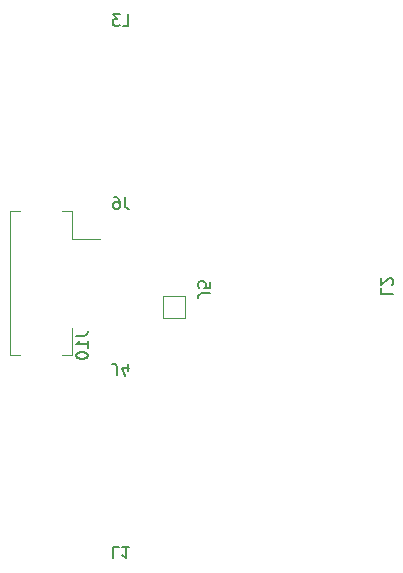
<source format=gbr>
%TF.GenerationSoftware,KiCad,Pcbnew,6.0.10-86aedd382b~118~ubuntu22.04.1*%
%TF.CreationDate,2023-04-06T19:24:05+02:00*%
%TF.ProjectId,donttouchit,646f6e74-746f-4756-9368-69742e6b6963,rev?*%
%TF.SameCoordinates,Original*%
%TF.FileFunction,Legend,Bot*%
%TF.FilePolarity,Positive*%
%FSLAX46Y46*%
G04 Gerber Fmt 4.6, Leading zero omitted, Abs format (unit mm)*
G04 Created by KiCad (PCBNEW 6.0.10-86aedd382b~118~ubuntu22.04.1) date 2023-04-06 19:24:05*
%MOMM*%
%LPD*%
G01*
G04 APERTURE LIST*
%ADD10C,0.150000*%
%ADD11C,0.120000*%
G04 APERTURE END LIST*
D10*
%TO.C,J6*%
X143833333Y-74952380D02*
X143833333Y-75666666D01*
X143880952Y-75809523D01*
X143976190Y-75904761D01*
X144119047Y-75952380D01*
X144214285Y-75952380D01*
X142928571Y-74952380D02*
X143119047Y-74952380D01*
X143214285Y-75000000D01*
X143261904Y-75047619D01*
X143357142Y-75190476D01*
X143404761Y-75380952D01*
X143404761Y-75761904D01*
X143357142Y-75857142D01*
X143309523Y-75904761D01*
X143214285Y-75952380D01*
X143023809Y-75952380D01*
X142928571Y-75904761D01*
X142880952Y-75857142D01*
X142833333Y-75761904D01*
X142833333Y-75523809D01*
X142880952Y-75428571D01*
X142928571Y-75380952D01*
X143023809Y-75333333D01*
X143214285Y-75333333D01*
X143309523Y-75380952D01*
X143357142Y-75428571D01*
X143404761Y-75523809D01*
%TO.C,J5*%
X151047619Y-83083333D02*
X150333333Y-83083333D01*
X150190476Y-83130952D01*
X150095238Y-83226190D01*
X150047619Y-83369047D01*
X150047619Y-83464285D01*
X151047619Y-82130952D02*
X151047619Y-82607142D01*
X150571428Y-82654761D01*
X150619047Y-82607142D01*
X150666666Y-82511904D01*
X150666666Y-82273809D01*
X150619047Y-82178571D01*
X150571428Y-82130952D01*
X150476190Y-82083333D01*
X150238095Y-82083333D01*
X150142857Y-82130952D01*
X150095238Y-82178571D01*
X150047619Y-82273809D01*
X150047619Y-82511904D01*
X150095238Y-82607142D01*
X150142857Y-82654761D01*
%TO.C,J4*%
X143166666Y-90047619D02*
X143166666Y-89333333D01*
X143119047Y-89190476D01*
X143023809Y-89095238D01*
X142880952Y-89047619D01*
X142785714Y-89047619D01*
X144071428Y-89714285D02*
X144071428Y-89047619D01*
X143833333Y-90095238D02*
X143595238Y-89380952D01*
X144214285Y-89380952D01*
%TO.C,L3*%
X143666666Y-60452380D02*
X144142857Y-60452380D01*
X144142857Y-59452380D01*
X143428571Y-59452380D02*
X142809523Y-59452380D01*
X143142857Y-59833333D01*
X143000000Y-59833333D01*
X142904761Y-59880952D01*
X142857142Y-59928571D01*
X142809523Y-60023809D01*
X142809523Y-60261904D01*
X142857142Y-60357142D01*
X142904761Y-60404761D01*
X143000000Y-60452380D01*
X143285714Y-60452380D01*
X143380952Y-60404761D01*
X143428571Y-60357142D01*
%TO.C,L2*%
X165547619Y-82666666D02*
X165547619Y-83142857D01*
X166547619Y-83142857D01*
X166452380Y-82380952D02*
X166500000Y-82333333D01*
X166547619Y-82238095D01*
X166547619Y-82000000D01*
X166500000Y-81904761D01*
X166452380Y-81857142D01*
X166357142Y-81809523D01*
X166261904Y-81809523D01*
X166119047Y-81857142D01*
X165547619Y-82428571D01*
X165547619Y-81809523D01*
%TO.C,L1*%
X143333333Y-104547619D02*
X142857142Y-104547619D01*
X142857142Y-105547619D01*
X144190476Y-104547619D02*
X143619047Y-104547619D01*
X143904761Y-104547619D02*
X143904761Y-105547619D01*
X143809523Y-105404761D01*
X143714285Y-105309523D01*
X143619047Y-105261904D01*
%TO.C,J10*%
X139702380Y-86690476D02*
X140416666Y-86690476D01*
X140559523Y-86642857D01*
X140654761Y-86547619D01*
X140702380Y-86404761D01*
X140702380Y-86309523D01*
X140702380Y-87690476D02*
X140702380Y-87119047D01*
X140702380Y-87404761D02*
X139702380Y-87404761D01*
X139845238Y-87309523D01*
X139940476Y-87214285D01*
X139988095Y-87119047D01*
X139702380Y-88309523D02*
X139702380Y-88404761D01*
X139750000Y-88500000D01*
X139797619Y-88547619D01*
X139892857Y-88595238D01*
X140083333Y-88642857D01*
X140321428Y-88642857D01*
X140511904Y-88595238D01*
X140607142Y-88547619D01*
X140654761Y-88500000D01*
X140702380Y-88404761D01*
X140702380Y-88309523D01*
X140654761Y-88214285D01*
X140607142Y-88166666D01*
X140511904Y-88119047D01*
X140321428Y-88071428D01*
X140083333Y-88071428D01*
X139892857Y-88119047D01*
X139797619Y-88166666D01*
X139750000Y-88214285D01*
X139702380Y-88309523D01*
D11*
%TO.C,TP15*%
X147050000Y-85200000D02*
X148950000Y-85200000D01*
X148950000Y-83300000D02*
X147050000Y-83300000D01*
X147050000Y-83300000D02*
X147050000Y-85200000D01*
X148950000Y-85200000D02*
X148950000Y-83300000D01*
%TO.C,J10*%
X134140000Y-76165000D02*
X134140000Y-88335000D01*
X138510000Y-76165000D02*
X139360000Y-76165000D01*
X134990000Y-76165000D02*
X134140000Y-76165000D01*
X139360000Y-76165000D02*
X139360000Y-78490000D01*
X138510000Y-88335000D02*
X139360000Y-88335000D01*
X139360000Y-88335000D02*
X139360000Y-86010000D01*
X134140000Y-88335000D02*
X134990000Y-88335000D01*
X139360000Y-78490000D02*
X141750000Y-78490000D01*
%TD*%
M02*

</source>
